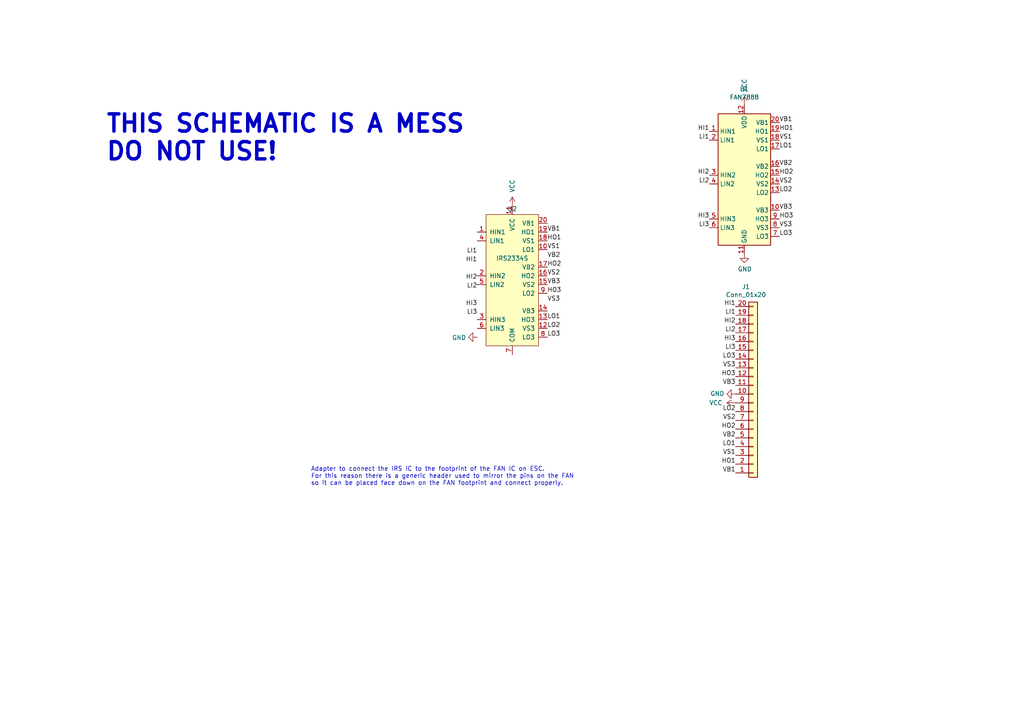
<source format=kicad_sch>
(kicad_sch (version 20230121) (generator eeschema)
  (paper "A4")
  (lib_symbols
    (symbol "Connector_Generic:Conn_01x20" (pin_names (offset 1.016) hide)
      (property "Reference" "J" (at 0 25.4 0))
      (property "Value" "Conn_01x20" (at 0 -27.94 0))
      (symbol "Conn_01x20_1_1"
        (rectangle (start -1.27 -25.273) (end 0 -25.527) (stroke (width 0.1524)))
        (rectangle (start -1.27 -22.733) (end 0 -22.987) (stroke (width 0.1524)))
        (rectangle (start -1.27 -20.193) (end 0 -20.447) (stroke (width 0.1524)))
        (rectangle (start -1.27 -17.653) (end 0 -17.907) (stroke (width 0.1524)))
        (rectangle (start -1.27 -15.113) (end 0 -15.367) (stroke (width 0.1524)))
        (rectangle (start -1.27 -12.573) (end 0 -12.827) (stroke (width 0.1524)))
        (rectangle (start -1.27 -10.033) (end 0 -10.287) (stroke (width 0.1524)))
        (rectangle (start -1.27 -7.493) (end 0 -7.747) (stroke (width 0.1524)))
        (rectangle (start -1.27 -4.953) (end 0 -5.207) (stroke (width 0.1524)))
        (rectangle (start -1.27 -2.413) (end 0 -2.667) (stroke (width 0.1524)))
        (rectangle (start -1.27 0.127) (end 0 -0.127) (stroke (width 0.1524)))
        (rectangle (start -1.27 2.667) (end 0 2.413) (stroke (width 0.1524)))
        (rectangle (start -1.27 5.207) (end 0 4.953) (stroke (width 0.1524)))
        (rectangle (start -1.27 7.747) (end 0 7.493) (stroke (width 0.1524)))
        (rectangle (start -1.27 10.287) (end 0 10.033) (stroke (width 0.1524)))
        (rectangle (start -1.27 12.827) (end 0 12.573) (stroke (width 0.1524)))
        (rectangle (start -1.27 15.367) (end 0 15.113) (stroke (width 0.1524)))
        (rectangle (start -1.27 17.907) (end 0 17.653) (stroke (width 0.1524)))
        (rectangle (start -1.27 20.447) (end 0 20.193) (stroke (width 0.1524)))
        (rectangle (start -1.27 22.987) (end 0 22.733) (stroke (width 0.1524)))
        (rectangle (start -1.27 24.13) (end 1.27 -26.67) (stroke (width 0.254)) (fill (type background)))
        (pin passive line (at -5.08 22.86 0) (length 3.81) (name "Pin_1") (number "1"))
        (pin passive line (at -5.08 0 0) (length 3.81) (name "Pin_10") (number "10"))
        (pin passive line (at -5.08 -2.54 0) (length 3.81) (name "Pin_11") (number "11"))
        (pin passive line (at -5.08 -5.08 0) (length 3.81) (name "Pin_12") (number "12"))
        (pin passive line (at -5.08 -7.62 0) (length 3.81) (name "Pin_13") (number "13"))
        (pin passive line (at -5.08 -10.16 0) (length 3.81) (name "Pin_14") (number "14"))
        (pin passive line (at -5.08 -12.7 0) (length 3.81) (name "Pin_15") (number "15"))
        (pin passive line (at -5.08 -15.24 0) (length 3.81) (name "Pin_16") (number "16"))
        (pin passive line (at -5.08 -17.78 0) (length 3.81) (name "Pin_17") (number "17"))
        (pin passive line (at -5.08 -20.32 0) (length 3.81) (name "Pin_18") (number "18"))
        (pin passive line (at -5.08 -22.86 0) (length 3.81) (name "Pin_19") (number "19"))
        (pin passive line (at -5.08 20.32 0) (length 3.81) (name "Pin_2") (number "2"))
        (pin passive line (at -5.08 -25.4 0) (length 3.81) (name "Pin_20") (number "20"))
        (pin passive line (at -5.08 17.78 0) (length 3.81) (name "Pin_3") (number "3"))
        (pin passive line (at -5.08 15.24 0) (length 3.81) (name "Pin_4") (number "4"))
        (pin passive line (at -5.08 12.7 0) (length 3.81) (name "Pin_5") (number "5"))
        (pin passive line (at -5.08 10.16 0) (length 3.81) (name "Pin_6") (number "6"))
        (pin passive line (at -5.08 7.62 0) (length 3.81) (name "Pin_7") (number "7"))
        (pin passive line (at -5.08 5.08 0) (length 3.81) (name "Pin_8") (number "8"))
        (pin passive line (at -5.08 2.54 0) (length 3.81) (name "Pin_9") (number "9"))
      )
    )
    (symbol "Driver_FET:FAN7888"
      (property "Reference" "U" (at -2.54 24.13 0))
      (property "Value" "FAN7888" (at -2.54 21.59 0))
      (symbol "FAN7888_0_1"
        (rectangle (start -7.62 20.32) (end 7.62 -17.78) (stroke (width 0.254)) (fill (type background)))
      )
      (symbol "FAN7888_1_1"
        (pin input line (at -10.16 15.24 0) (length 2.54) (name "HIN1") (number "1"))
        (pin passive line (at 10.16 -7.62 180) (length 2.54) (name "VB3") (number "10"))
        (pin power_in line (at 0 -20.32 90) (length 2.54) (name "GND") (number "11"))
        (pin power_in line (at 0 22.86 270) (length 2.54) (name "VDD") (number "12"))
        (pin output line (at 10.16 -2.54 180) (length 2.54) (name "LO2") (number "13"))
        (pin passive line (at 10.16 0 180) (length 2.54) (name "VS2") (number "14"))
        (pin output line (at 10.16 2.54 180) (length 2.54) (name "HO2") (number "15"))
        (pin passive line (at 10.16 5.08 180) (length 2.54) (name "VB2") (number "16"))
        (pin output line (at 10.16 10.16 180) (length 2.54) (name "LO1") (number "17"))
        (pin passive line (at 10.16 12.7 180) (length 2.54) (name "VS1") (number "18"))
        (pin output line (at 10.16 15.24 180) (length 2.54) (name "HO1") (number "19"))
        (pin input line (at -10.16 12.7 0) (length 2.54) (name "LIN1") (number "2"))
        (pin passive line (at 10.16 17.78 180) (length 2.54) (name "VB1") (number "20"))
        (pin input line (at -10.16 2.54 0) (length 2.54) (name "HIN2") (number "3"))
        (pin input line (at -10.16 0 0) (length 2.54) (name "LIN2") (number "4"))
        (pin input line (at -10.16 -10.16 0) (length 2.54) (name "HIN3") (number "5"))
        (pin input line (at -10.16 -12.7 0) (length 2.54) (name "LIN3") (number "6"))
        (pin output line (at 10.16 -15.24 180) (length 2.54) (name "LO3") (number "7"))
        (pin passive line (at 10.16 -12.7 180) (length 2.54) (name "VS3") (number "8"))
        (pin output line (at 10.16 -10.16 180) (length 2.54) (name "HO3") (number "9"))
      )
    )
    (symbol "esc_parts:IRS2334S" (pin_names (offset 1.016))
      (property "Reference" "U" (at -6.35 1.27 0))
      (property "Value" "IRS2334S" (at 0 -12.7 0))
      (symbol "IRS2334S_0_1"
        (rectangle (start -7.62 0) (end 7.62 -38.1) (fill (type background)))
      )
      (symbol "IRS2334S_1_1"
        (pin input line (at -10.16 -5.08 0) (length 2.54) (name "HIN1") (number "1"))
        (pin output line (at 10.16 -10.16 180) (length 2.54) (name "LO1") (number "10"))
        (pin power_in line (at 0 2.54 270) (length 2.54) (name "VCC") (number "11"))
        (pin power_in line (at 10.16 -33.02 180) (length 2.54) (name "VS3") (number "12"))
        (pin output line (at 10.16 -30.48 180) (length 2.54) (name "HO3") (number "13"))
        (pin power_in line (at 10.16 -27.94 180) (length 2.54) (name "VB3") (number "14"))
        (pin power_in line (at 10.16 -20.32 180) (length 2.54) (name "VS2") (number "15"))
        (pin output line (at 10.16 -17.78 180) (length 2.54) (name "HO2") (number "16"))
        (pin power_in line (at 10.16 -15.24 180) (length 2.54) (name "VB2") (number "17"))
        (pin power_in line (at 10.16 -7.62 180) (length 2.54) (name "VS1") (number "18"))
        (pin output line (at 10.16 -5.08 180) (length 2.54) (name "HO1") (number "19"))
        (pin input line (at -10.16 -17.78 0) (length 2.54) (name "HIN2") (number "2"))
        (pin power_in line (at 10.16 -2.54 180) (length 2.54) (name "VB1") (number "20"))
        (pin input line (at -10.16 -30.48 0) (length 2.54) (name "HIN3") (number "3"))
        (pin input line (at -10.16 -7.62 0) (length 2.54) (name "LIN1") (number "4"))
        (pin input line (at -10.16 -20.32 0) (length 2.54) (name "LIN2") (number "5"))
        (pin input line (at -10.16 -33.02 0) (length 2.54) (name "LIN3") (number "6"))
        (pin power_in line (at 0 -40.64 90) (length 2.54) (name "COM") (number "7"))
        (pin output line (at 10.16 -35.56 180) (length 2.54) (name "LO3") (number "8"))
        (pin output line (at 10.16 -22.86 180) (length 2.54) (name "LO2") (number "9"))
      )
    )
    (symbol "power:GND" (power) (pin_names (offset 0))
      (property "Value" "GND" (at 0 -3.81 0))
      (symbol "GND_0_1"
        (polyline (pts (xy 0 0) (xy 0 -1.27) (xy 1.27 -1.27) (xy 0 -2.54) (xy -1.27 -1.27) (xy 0 -1.27)))
      )
      (symbol "GND_1_1"
        (pin power_in line (at 0 0 270) (length 0) hide (name "GND") (number "1"))
      )
    )
    (symbol "power:VCC" (power) (pin_names (offset 0))
      (property "Value" "VCC" (at 0 3.81 0))
      (symbol "VCC_0_1"
        (polyline (pts (xy -0.762 1.27) (xy 0 2.54)))
        (polyline (pts (xy 0 0) (xy 0 2.54)))
        (polyline (pts (xy 0 2.54) (xy 0.762 1.27)))
      )
      (symbol "VCC_1_1"
        (pin power_in line (at 0 0 90) (length 0) hide (name "VCC") (number "1"))
      )
    )
  )
  (text "Adapter to connect the IRS IC to the footprint of the FAN IC on ESC.\nFor this reason there is a generic header used to mirror the pins on the FAN\nso it can be placed face down on the FAN footprint and connect properly." (at 90.17 140.97 0) (effects (font (size 1.27 1.27)) (justify left bottom)))
  (text "THIS SCHEMATIC IS A MESS\nDO NOT USE!" (at 30.48 46.99 0) (effects (font (size 5 5) (thickness 1) bold) (justify left bottom)))
  (label "HO3" (at 158.75 85.09 0))
  (label "HI2" (at 213.36 93.98 180))
  (label "VB2" (at 213.36 127 180))
  (label "LO3" (at 158.75 97.79 0))
  (label "VB1" (at 158.75 67.31 0))
  (label "VS3" (at 226.06 66.04 0))
  (label "LI3" (at 205.74 66.04 180))
  (label "VB2" (at 158.75 74.93 0))
  (label "HO3" (at 226.06 63.5 0))
  (label "HI1" (at 138.43 76.2 180))
  (label "LO2" (at 226.06 55.88 0))
  (label "HI3" (at 205.74 63.5 180))
  (label "HO1" (at 226.06 38.1 0))
  (label "HO2" (at 226.06 50.8 0))
  (label "VB3" (at 226.06 60.96 0))
  (label "HI3" (at 213.36 99.06 180))
  (label "LI3" (at 213.36 101.6 180))
  (label "LI1" (at 205.74 40.64 180))
  (label "HI1" (at 213.36 88.9 180))
  (label "LO1" (at 213.36 129.54 180))
  (label "VS3" (at 213.36 106.68 180))
  (label "HO1" (at 158.75 69.85 0))
  (label "VS1" (at 226.06 40.64 0))
  (label "LO3" (at 226.06 68.58 0))
  (label "LO2" (at 213.36 119.38 180))
  (label "HI2" (at 205.74 50.8 180))
  (label "VS2" (at 213.36 121.92 180))
  (label "HI1" (at 205.74 38.1 180))
  (label "VB3" (at 158.75 82.55 0))
  (label "HO3" (at 213.36 109.22 180))
  (label "LI3" (at 138.43 91.44 180))
  (label "LI1" (at 213.36 91.44 180))
  (label "LI2" (at 138.43 83.82 180))
  (label "VB2" (at 226.06 48.26 0))
  (label "LI2" (at 213.36 96.52 180))
  (label "LO2" (at 158.75 95.25 0))
  (label "VS2" (at 158.75 80.01 0))
  (label "HO2" (at 158.75 77.47 0))
  (label "LO1" (at 226.06 43.18 0))
  (label "VS3" (at 158.75 87.63 0))
  (label "VS1" (at 213.36 132.08 180))
  (label "HI3" (at 138.43 88.9 180))
  (label "LI2" (at 205.74 53.34 180))
  (label "LO3" (at 213.36 104.14 180))
  (label "VB1" (at 213.36 137.16 180))
  (label "LO1" (at 158.75 92.71 0))
  (label "HI2" (at 138.43 81.28 180))
  (label "HO1" (at 213.36 134.62 180))
  (label "HO2" (at 213.36 124.46 180))
  (label "VB1" (at 226.06 35.56 0))
  (label "VS1" (at 158.75 72.39 0))
  (label "VS2" (at 226.06 53.34 0))
  (label "LI1" (at 138.43 73.66 180))
  (label "VB3" (at 213.36 111.76 180))
  (symbol (lib_id "Driver_FET:FAN7888") (at 215.9 53.34 0) (unit 1)
    (property "Reference" "U1" (at 215.9 25.8826 0))
    (property "Value" "FAN7888" (at 215.9 28.194 0))
    (property "Footprint" "Package_SO:SOIC-20W_7.5x12.8mm_P1.27mm" (effects hide))
    (property "Datasheet" "http://www.onsemi.com/pub/Collateral/FAN7888-D.pdf" (effects hide))
  )
  (symbol (lib_id "esc_parts:IRS2334S") (at 148.59 62.23 0) (unit 1)
    (property "Reference" "U2" (at 148.59 60.579 0))
    (property "Value" "IRS2334S" (at 148.59 74.93 0))
    (property "Footprint" "Package_SO:SOIC-20W_7.5x12.8mm_P1.27mm" (effects hide))
    (property "Datasheet" "https://www.infineon.com/dgdl/Infineon-IRS2334-DataSheet-v01_00-EN.pdf?fileId=5546d462533600a40153567aa9fe280b" (effects hide))
  )
  (symbol (lib_id "Connector_Generic:Conn_01x20") (at 218.44 114.3 0) (mirror x) (unit 1)
    (property "Reference" "J1" (at 216.3572 83.185 0))
    (property "Value" "Conn_01x20" (at 216.3572 85.4964 0))
    (property "Footprint" "Package_SO:SOIC-20W_7.5x12.8mm_P1.27mm" (effects hide))
  )
  (symbol (lib_id "power:GND") (at 138.43 97.79 270) (unit 1)
    (property "Reference" "#PWR0102" (effects hide))
    (property "Value" "GND" (at 135.1788 97.917 90) (effects (justify right)))
  )
  (symbol (lib_id "power:GND") (at 213.36 114.3 270) (mirror x) (unit 1)
    (property "Reference" "#PWR0103" (effects hide))
    (property "Value" "GND" (at 210.1088 114.173 90) (effects (justify right)))
  )
  (symbol (lib_id "power:VCC") (at 213.36 116.84 90) (mirror x) (unit 1)
    (property "Reference" "#PWR0104" (effects hide))
    (property "Value" "VCC" (at 209.55 116.84 90) (effects (justify left)))
  )
  (symbol (lib_id "power:GND") (at 215.9 73.66 0) (unit 1)
    (property "Reference" "#PWR0105" (effects hide))
    (property "Value" "GND" (at 216.027 78.0542 0))
  )
  (symbol (lib_id "power:VCC") (at 215.9 30.48 0) (unit 1)
    (property "Reference" "#PWR0106" (effects hide))
    (property "Value" "VCC" (at 215.9 26.67 90) (effects (justify left)))
  )
  (symbol (lib_id "power:VCC") (at 148.59 59.69 0) (unit 1)
    (property "Reference" "#PWR01" (effects hide))
    (property "Value" "VCC" (at 148.59 55.88 90) (effects (justify left)))
  )
)
</source>
